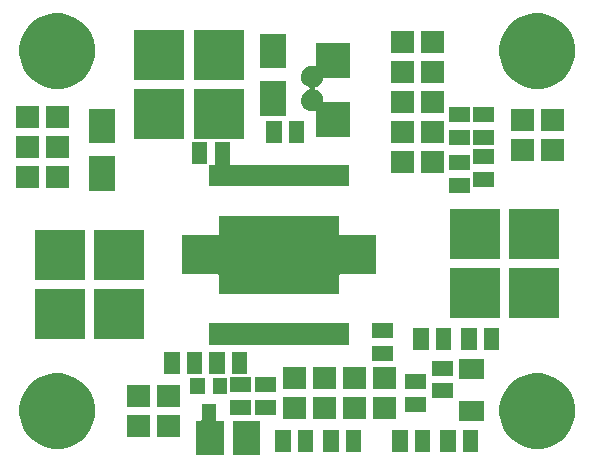
<source format=gbr>
G04 #@! TF.GenerationSoftware,KiCad,Pcbnew,(2017-02-05 revision 431abcf)-makepkg*
G04 #@! TF.CreationDate,2017-03-21T18:26:52+01:00*
G04 #@! TF.ProjectId,HBSTEP01B,4842535445503031422E6B696361645F,rev?*
G04 #@! TF.FileFunction,Soldermask,Bot*
G04 #@! TF.FilePolarity,Negative*
%FSLAX46Y46*%
G04 Gerber Fmt 4.6, Leading zero omitted, Abs format (unit mm)*
G04 Created by KiCad (PCBNEW (2017-02-05 revision 431abcf)-makepkg) date 03/21/17 18:26:52*
%MOMM*%
%LPD*%
G01*
G04 APERTURE LIST*
%ADD10C,0.300000*%
G04 APERTURE END LIST*
D10*
G36*
X22282760Y1344320D02*
X19932040Y1344320D01*
X19932040Y4243680D01*
X22282760Y4243680D01*
X22282760Y1344320D01*
X22282760Y1344320D01*
G37*
G36*
X18507050Y4343680D02*
X18508971Y4324171D01*
X18514662Y4305412D01*
X18523903Y4288123D01*
X18536339Y4272969D01*
X18551493Y4260533D01*
X18568782Y4251292D01*
X18587541Y4245601D01*
X18607050Y4243680D01*
X19183960Y4243680D01*
X19183960Y1344320D01*
X16833240Y1344320D01*
X16833240Y4243680D01*
X17206950Y4243680D01*
X17226459Y4245601D01*
X17245218Y4251292D01*
X17262507Y4260533D01*
X17277661Y4272969D01*
X17290097Y4288123D01*
X17299338Y4305412D01*
X17305029Y4324171D01*
X17306950Y4343680D01*
X17306950Y5696560D01*
X18507050Y5696560D01*
X18507050Y4343680D01*
X18507050Y4343680D01*
G37*
G36*
X30807000Y1641500D02*
X29518000Y1641500D01*
X29518000Y3438500D01*
X30807000Y3438500D01*
X30807000Y1641500D01*
X30807000Y1641500D01*
G37*
G36*
X28902000Y1641500D02*
X27613000Y1641500D01*
X27613000Y3438500D01*
X28902000Y3438500D01*
X28902000Y1641500D01*
X28902000Y1641500D01*
G37*
G36*
X40713000Y1641500D02*
X39424000Y1641500D01*
X39424000Y3438500D01*
X40713000Y3438500D01*
X40713000Y1641500D01*
X40713000Y1641500D01*
G37*
G36*
X38808000Y1641500D02*
X37519000Y1641500D01*
X37519000Y3438500D01*
X38808000Y3438500D01*
X38808000Y1641500D01*
X38808000Y1641500D01*
G37*
G36*
X36649000Y1641500D02*
X35360000Y1641500D01*
X35360000Y3438500D01*
X36649000Y3438500D01*
X36649000Y1641500D01*
X36649000Y1641500D01*
G37*
G36*
X26743000Y1641500D02*
X25454000Y1641500D01*
X25454000Y3438500D01*
X26743000Y3438500D01*
X26743000Y1641500D01*
X26743000Y1641500D01*
G37*
G36*
X24838000Y1641500D02*
X23549000Y1641500D01*
X23549000Y3438500D01*
X24838000Y3438500D01*
X24838000Y1641500D01*
X24838000Y1641500D01*
G37*
G36*
X34744000Y1641500D02*
X33455000Y1641500D01*
X33455000Y3438500D01*
X34744000Y3438500D01*
X34744000Y1641500D01*
X34744000Y1641500D01*
G37*
G36*
X46056110Y8277872D02*
X46670848Y8151685D01*
X47249363Y7908500D01*
X47769631Y7557574D01*
X48211824Y7112283D01*
X48559105Y6589582D01*
X48798249Y6009378D01*
X48920004Y5394466D01*
X48920004Y5394449D01*
X48920137Y5393776D01*
X48910128Y4676993D01*
X48909977Y4676330D01*
X48909977Y4676306D01*
X48771099Y4065032D01*
X48515851Y3491739D01*
X48154107Y2978933D01*
X47699653Y2546162D01*
X47169787Y2209900D01*
X46584712Y1982964D01*
X45966688Y1873989D01*
X45339273Y1887132D01*
X44726359Y2021890D01*
X44151293Y2273129D01*
X43635980Y2631282D01*
X43200044Y3082706D01*
X42860093Y3610208D01*
X42629075Y4193693D01*
X42515790Y4810936D01*
X42524551Y5438424D01*
X42655027Y6052266D01*
X42902248Y6629075D01*
X43256795Y7146877D01*
X43705163Y7585952D01*
X44230276Y7929576D01*
X44812132Y8164661D01*
X45428571Y8282254D01*
X46056110Y8277872D01*
X46056110Y8277872D01*
G37*
G36*
X5416110Y8277872D02*
X6030848Y8151685D01*
X6609363Y7908500D01*
X7129631Y7557574D01*
X7571824Y7112283D01*
X7919105Y6589582D01*
X8158249Y6009378D01*
X8280004Y5394466D01*
X8280004Y5394449D01*
X8280137Y5393776D01*
X8270128Y4676993D01*
X8269977Y4676330D01*
X8269977Y4676306D01*
X8131099Y4065032D01*
X7875851Y3491739D01*
X7514107Y2978933D01*
X7059653Y2546162D01*
X6529787Y2209900D01*
X5944712Y1982964D01*
X5326688Y1873989D01*
X4699273Y1887132D01*
X4086359Y2021890D01*
X3511293Y2273129D01*
X2995980Y2631282D01*
X2560044Y3082706D01*
X2220093Y3610208D01*
X1989075Y4193693D01*
X1875790Y4810936D01*
X1884551Y5438424D01*
X2015027Y6052266D01*
X2262248Y6629075D01*
X2616795Y7146877D01*
X3065163Y7585952D01*
X3590276Y7929576D01*
X4172132Y8164661D01*
X4788571Y8282254D01*
X5416110Y8277872D01*
X5416110Y8277872D01*
G37*
G36*
X15440000Y2848000D02*
X13516000Y2848000D01*
X13516000Y4772000D01*
X15440000Y4772000D01*
X15440000Y2848000D01*
X15440000Y2848000D01*
G37*
G36*
X12900000Y2848000D02*
X10976000Y2848000D01*
X10976000Y4772000D01*
X12900000Y4772000D01*
X12900000Y2848000D01*
X12900000Y2848000D01*
G37*
G36*
X41181630Y4257700D02*
X39082370Y4257700D01*
X39082370Y5958180D01*
X41181630Y5958180D01*
X41181630Y4257700D01*
X41181630Y4257700D01*
G37*
G36*
X26108000Y4372000D02*
X24184000Y4372000D01*
X24184000Y6296000D01*
X26108000Y6296000D01*
X26108000Y4372000D01*
X26108000Y4372000D01*
G37*
G36*
X33728000Y4372000D02*
X31804000Y4372000D01*
X31804000Y6296000D01*
X33728000Y6296000D01*
X33728000Y4372000D01*
X33728000Y4372000D01*
G37*
G36*
X28648000Y4372000D02*
X26724000Y4372000D01*
X26724000Y6296000D01*
X28648000Y6296000D01*
X28648000Y4372000D01*
X28648000Y4372000D01*
G37*
G36*
X31188000Y4372000D02*
X29264000Y4372000D01*
X29264000Y6296000D01*
X31188000Y6296000D01*
X31188000Y4372000D01*
X31188000Y4372000D01*
G37*
G36*
X23631500Y4753000D02*
X21834500Y4753000D01*
X21834500Y6042000D01*
X23631500Y6042000D01*
X23631500Y4753000D01*
X23631500Y4753000D01*
G37*
G36*
X21472500Y4753000D02*
X19675500Y4753000D01*
X19675500Y6042000D01*
X21472500Y6042000D01*
X21472500Y4753000D01*
X21472500Y4753000D01*
G37*
G36*
X36331500Y5007000D02*
X34534500Y5007000D01*
X34534500Y6296000D01*
X36331500Y6296000D01*
X36331500Y5007000D01*
X36331500Y5007000D01*
G37*
G36*
X12900000Y5388000D02*
X10976000Y5388000D01*
X10976000Y7312000D01*
X12900000Y7312000D01*
X12900000Y5388000D01*
X12900000Y5388000D01*
G37*
G36*
X15440000Y5388000D02*
X13516000Y5388000D01*
X13516000Y7312000D01*
X15440000Y7312000D01*
X15440000Y5388000D01*
X15440000Y5388000D01*
G37*
G36*
X38617500Y6150000D02*
X36820500Y6150000D01*
X36820500Y7439000D01*
X38617500Y7439000D01*
X38617500Y6150000D01*
X38617500Y6150000D01*
G37*
G36*
X19459550Y6495440D02*
X18259450Y6495440D01*
X18259450Y7896200D01*
X19459550Y7896200D01*
X19459550Y6495440D01*
X19459550Y6495440D01*
G37*
G36*
X17554550Y6495440D02*
X16354450Y6495440D01*
X16354450Y7896200D01*
X17554550Y7896200D01*
X17554550Y6495440D01*
X17554550Y6495440D01*
G37*
G36*
X21472500Y6658000D02*
X19675500Y6658000D01*
X19675500Y7947000D01*
X21472500Y7947000D01*
X21472500Y6658000D01*
X21472500Y6658000D01*
G37*
G36*
X23631500Y6658000D02*
X21834500Y6658000D01*
X21834500Y7947000D01*
X23631500Y7947000D01*
X23631500Y6658000D01*
X23631500Y6658000D01*
G37*
G36*
X28648000Y6912000D02*
X26724000Y6912000D01*
X26724000Y8836000D01*
X28648000Y8836000D01*
X28648000Y6912000D01*
X28648000Y6912000D01*
G37*
G36*
X26108000Y6912000D02*
X24184000Y6912000D01*
X24184000Y8836000D01*
X26108000Y8836000D01*
X26108000Y6912000D01*
X26108000Y6912000D01*
G37*
G36*
X31188000Y6912000D02*
X29264000Y6912000D01*
X29264000Y8836000D01*
X31188000Y8836000D01*
X31188000Y6912000D01*
X31188000Y6912000D01*
G37*
G36*
X33728000Y6912000D02*
X31804000Y6912000D01*
X31804000Y8836000D01*
X33728000Y8836000D01*
X33728000Y6912000D01*
X33728000Y6912000D01*
G37*
G36*
X36331500Y6912000D02*
X34534500Y6912000D01*
X34534500Y8201000D01*
X36331500Y8201000D01*
X36331500Y6912000D01*
X36331500Y6912000D01*
G37*
G36*
X41181630Y7757820D02*
X39082370Y7757820D01*
X39082370Y9458300D01*
X41181630Y9458300D01*
X41181630Y7757820D01*
X41181630Y7757820D01*
G37*
G36*
X38617500Y8055000D02*
X36820500Y8055000D01*
X36820500Y9344000D01*
X38617500Y9344000D01*
X38617500Y8055000D01*
X38617500Y8055000D01*
G37*
G36*
X19250000Y8245500D02*
X17961000Y8245500D01*
X17961000Y10042500D01*
X19250000Y10042500D01*
X19250000Y8245500D01*
X19250000Y8245500D01*
G37*
G36*
X15440000Y8245500D02*
X14151000Y8245500D01*
X14151000Y10042500D01*
X15440000Y10042500D01*
X15440000Y8245500D01*
X15440000Y8245500D01*
G37*
G36*
X21155000Y8245500D02*
X19866000Y8245500D01*
X19866000Y10042500D01*
X21155000Y10042500D01*
X21155000Y8245500D01*
X21155000Y8245500D01*
G37*
G36*
X17345000Y8245500D02*
X16056000Y8245500D01*
X16056000Y10042500D01*
X17345000Y10042500D01*
X17345000Y8245500D01*
X17345000Y8245500D01*
G37*
G36*
X33537500Y9325000D02*
X31740500Y9325000D01*
X31740500Y10614000D01*
X33537500Y10614000D01*
X33537500Y9325000D01*
X33537500Y9325000D01*
G37*
G36*
X38427000Y10277500D02*
X37138000Y10277500D01*
X37138000Y12074500D01*
X38427000Y12074500D01*
X38427000Y10277500D01*
X38427000Y10277500D01*
G37*
G36*
X36522000Y10277500D02*
X35233000Y10277500D01*
X35233000Y12074500D01*
X36522000Y12074500D01*
X36522000Y10277500D01*
X36522000Y10277500D01*
G37*
G36*
X42491000Y10277500D02*
X41202000Y10277500D01*
X41202000Y12074500D01*
X42491000Y12074500D01*
X42491000Y10277500D01*
X42491000Y10277500D01*
G37*
G36*
X40586000Y10277500D02*
X39297000Y10277500D01*
X39297000Y12074500D01*
X40586000Y12074500D01*
X40586000Y10277500D01*
X40586000Y10277500D01*
G37*
G36*
X29799890Y10690250D02*
X17952110Y10690250D01*
X17952110Y12489790D01*
X29799890Y12489790D01*
X29799890Y10690250D01*
X29799890Y10690250D01*
G37*
G36*
X7439000Y11183000D02*
X3229000Y11183000D01*
X3229000Y15393000D01*
X7439000Y15393000D01*
X7439000Y11183000D01*
X7439000Y11183000D01*
G37*
G36*
X12439000Y11183000D02*
X8229000Y11183000D01*
X8229000Y15393000D01*
X12439000Y15393000D01*
X12439000Y11183000D01*
X12439000Y11183000D01*
G37*
G36*
X33537500Y11230000D02*
X31740500Y11230000D01*
X31740500Y12519000D01*
X33537500Y12519000D01*
X33537500Y11230000D01*
X33537500Y11230000D01*
G37*
G36*
X47571000Y12961000D02*
X43361000Y12961000D01*
X43361000Y17171000D01*
X47571000Y17171000D01*
X47571000Y12961000D01*
X47571000Y12961000D01*
G37*
G36*
X42571000Y12961000D02*
X38361000Y12961000D01*
X38361000Y17171000D01*
X42571000Y17171000D01*
X42571000Y12961000D01*
X42571000Y12961000D01*
G37*
G36*
X28975660Y20037070D02*
X28977581Y20017561D01*
X28983272Y19998802D01*
X28992513Y19981513D01*
X29004949Y19966359D01*
X29020103Y19953923D01*
X29037392Y19944682D01*
X29056151Y19938991D01*
X29075660Y19937070D01*
X32074460Y19937070D01*
X32074460Y16638930D01*
X29075660Y16638930D01*
X29056151Y16637009D01*
X29037392Y16631318D01*
X29020103Y16622077D01*
X29004949Y16609641D01*
X28992513Y16594487D01*
X28983272Y16577198D01*
X28977581Y16558439D01*
X28975660Y16538930D01*
X28975660Y14989200D01*
X18776340Y14989200D01*
X18776340Y16538930D01*
X18774419Y16558439D01*
X18768728Y16577198D01*
X18759487Y16594487D01*
X18747051Y16609641D01*
X18731897Y16622077D01*
X18714608Y16631318D01*
X18695849Y16637009D01*
X18676340Y16638930D01*
X15677540Y16638930D01*
X15677540Y19937070D01*
X18676340Y19937070D01*
X18695849Y19938991D01*
X18714608Y19944682D01*
X18731897Y19953923D01*
X18747051Y19966359D01*
X18759487Y19981513D01*
X18768728Y19998802D01*
X18774419Y20017561D01*
X18776340Y20037070D01*
X18776340Y21586800D01*
X28975660Y21586800D01*
X28975660Y20037070D01*
X28975660Y20037070D01*
G37*
G36*
X7439000Y16183000D02*
X3229000Y16183000D01*
X3229000Y20393000D01*
X7439000Y20393000D01*
X7439000Y16183000D01*
X7439000Y16183000D01*
G37*
G36*
X12439000Y16183000D02*
X8229000Y16183000D01*
X8229000Y20393000D01*
X12439000Y20393000D01*
X12439000Y16183000D01*
X12439000Y16183000D01*
G37*
G36*
X47571000Y17961000D02*
X43361000Y17961000D01*
X43361000Y22171000D01*
X47571000Y22171000D01*
X47571000Y17961000D01*
X47571000Y17961000D01*
G37*
G36*
X42571000Y17961000D02*
X38361000Y17961000D01*
X38361000Y22171000D01*
X42571000Y22171000D01*
X42571000Y17961000D01*
X42571000Y17961000D01*
G37*
G36*
X40014500Y23549000D02*
X38217500Y23549000D01*
X38217500Y24838000D01*
X40014500Y24838000D01*
X40014500Y23549000D01*
X40014500Y23549000D01*
G37*
G36*
X9990430Y23729340D02*
X7789570Y23729340D01*
X7789570Y26628700D01*
X9990430Y26628700D01*
X9990430Y23729340D01*
X9990430Y23729340D01*
G37*
G36*
X6042000Y23930000D02*
X4118000Y23930000D01*
X4118000Y25854000D01*
X6042000Y25854000D01*
X6042000Y23930000D01*
X6042000Y23930000D01*
G37*
G36*
X3502000Y23930000D02*
X1578000Y23930000D01*
X1578000Y25854000D01*
X3502000Y25854000D01*
X3502000Y23930000D01*
X3502000Y23930000D01*
G37*
G36*
X42046500Y24057000D02*
X40249500Y24057000D01*
X40249500Y25346000D01*
X42046500Y25346000D01*
X42046500Y24057000D01*
X42046500Y24057000D01*
G37*
G36*
X19694500Y25985750D02*
X19696421Y25966241D01*
X19702112Y25947482D01*
X19711353Y25930193D01*
X19723789Y25915039D01*
X19738943Y25902603D01*
X19756232Y25893362D01*
X19774991Y25887671D01*
X19794500Y25885750D01*
X29799890Y25885750D01*
X29799890Y24086210D01*
X17952110Y24086210D01*
X17952110Y25885750D01*
X18305500Y25885750D01*
X18325009Y25887671D01*
X18343768Y25893362D01*
X18361057Y25902603D01*
X18376211Y25915039D01*
X18388647Y25930193D01*
X18397888Y25947482D01*
X18403579Y25966241D01*
X18405500Y25985750D01*
X18405500Y27822500D01*
X19694500Y27822500D01*
X19694500Y25985750D01*
X19694500Y25985750D01*
G37*
G36*
X37792000Y25200000D02*
X35868000Y25200000D01*
X35868000Y27124000D01*
X37792000Y27124000D01*
X37792000Y25200000D01*
X37792000Y25200000D01*
G37*
G36*
X35252000Y25200000D02*
X33328000Y25200000D01*
X33328000Y27124000D01*
X35252000Y27124000D01*
X35252000Y25200000D01*
X35252000Y25200000D01*
G37*
G36*
X40014500Y25454000D02*
X38217500Y25454000D01*
X38217500Y26743000D01*
X40014500Y26743000D01*
X40014500Y25454000D01*
X40014500Y25454000D01*
G37*
G36*
X42046500Y25962000D02*
X40249500Y25962000D01*
X40249500Y27251000D01*
X42046500Y27251000D01*
X42046500Y25962000D01*
X42046500Y25962000D01*
G37*
G36*
X17789500Y26025500D02*
X16500500Y26025500D01*
X16500500Y27822500D01*
X17789500Y27822500D01*
X17789500Y26025500D01*
X17789500Y26025500D01*
G37*
G36*
X45412000Y26216000D02*
X43488000Y26216000D01*
X43488000Y28140000D01*
X45412000Y28140000D01*
X45412000Y26216000D01*
X45412000Y26216000D01*
G37*
G36*
X47952000Y26216000D02*
X46028000Y26216000D01*
X46028000Y28140000D01*
X47952000Y28140000D01*
X47952000Y26216000D01*
X47952000Y26216000D01*
G37*
G36*
X3502000Y26470000D02*
X1578000Y26470000D01*
X1578000Y28394000D01*
X3502000Y28394000D01*
X3502000Y26470000D01*
X3502000Y26470000D01*
G37*
G36*
X6042000Y26470000D02*
X4118000Y26470000D01*
X4118000Y28394000D01*
X6042000Y28394000D01*
X6042000Y26470000D01*
X6042000Y26470000D01*
G37*
G36*
X42046500Y27613000D02*
X40249500Y27613000D01*
X40249500Y28902000D01*
X42046500Y28902000D01*
X42046500Y27613000D01*
X42046500Y27613000D01*
G37*
G36*
X40014500Y27613000D02*
X38217500Y27613000D01*
X38217500Y28902000D01*
X40014500Y28902000D01*
X40014500Y27613000D01*
X40014500Y27613000D01*
G37*
G36*
X9990430Y27727300D02*
X7789570Y27727300D01*
X7789570Y30626660D01*
X9990430Y30626660D01*
X9990430Y27727300D01*
X9990430Y27727300D01*
G37*
G36*
X35252000Y27740000D02*
X33328000Y27740000D01*
X33328000Y29664000D01*
X35252000Y29664000D01*
X35252000Y27740000D01*
X35252000Y27740000D01*
G37*
G36*
X37792000Y27740000D02*
X35868000Y27740000D01*
X35868000Y29664000D01*
X37792000Y29664000D01*
X37792000Y27740000D01*
X37792000Y27740000D01*
G37*
G36*
X24076000Y27803500D02*
X22787000Y27803500D01*
X22787000Y29600500D01*
X24076000Y29600500D01*
X24076000Y27803500D01*
X24076000Y27803500D01*
G37*
G36*
X25981000Y27803500D02*
X24692000Y27803500D01*
X24692000Y29600500D01*
X25981000Y29600500D01*
X25981000Y27803500D01*
X25981000Y27803500D01*
G37*
G36*
X15821000Y28121000D02*
X11611000Y28121000D01*
X11611000Y32331000D01*
X15821000Y32331000D01*
X15821000Y28121000D01*
X15821000Y28121000D01*
G37*
G36*
X20901000Y28121000D02*
X16691000Y28121000D01*
X16691000Y32331000D01*
X20901000Y32331000D01*
X20901000Y28121000D01*
X20901000Y28121000D01*
G37*
G36*
X29897680Y33307680D02*
X27696510Y33307680D01*
X27677001Y33305759D01*
X27658242Y33300068D01*
X27640953Y33290827D01*
X27625799Y33278391D01*
X27613363Y33263237D01*
X27604122Y33245948D01*
X27598995Y33229834D01*
X27566655Y33087486D01*
X27491640Y32919001D01*
X27385332Y32768299D01*
X27251778Y32641118D01*
X27096063Y32542298D01*
X26931587Y32478501D01*
X26914093Y32469655D01*
X26898661Y32457565D01*
X26885884Y32442698D01*
X26876254Y32425623D01*
X26870139Y32406997D01*
X26867776Y32387537D01*
X26869254Y32367989D01*
X26874518Y32349106D01*
X26883364Y32331612D01*
X26895454Y32316180D01*
X26910321Y32303403D01*
X26927396Y32293773D01*
X26947644Y32287311D01*
X26949435Y32286943D01*
X27119447Y32215477D01*
X27272345Y32112346D01*
X27402295Y31981486D01*
X27504355Y31827872D01*
X27574633Y31657366D01*
X27610318Y31477145D01*
X27610318Y31477120D01*
X27610450Y31476452D01*
X27608102Y31308272D01*
X27609629Y31290182D01*
X27615057Y31271346D01*
X27624055Y31253929D01*
X27636279Y31238604D01*
X27651257Y31225957D01*
X27668415Y31216475D01*
X27687093Y31210523D01*
X27707970Y31208320D01*
X29897680Y31208320D01*
X29897680Y28258160D01*
X26998320Y28258160D01*
X26998320Y30367993D01*
X26996399Y30387502D01*
X26990708Y30406261D01*
X26981467Y30423550D01*
X26969031Y30438704D01*
X26953877Y30451140D01*
X26936588Y30460381D01*
X26917829Y30466072D01*
X26898320Y30467993D01*
X26880956Y30466474D01*
X26742496Y30442060D01*
X26558112Y30445923D01*
X26377989Y30485526D01*
X26208990Y30559360D01*
X26057551Y30664612D01*
X25929438Y30797277D01*
X25829533Y30952300D01*
X25761642Y31123774D01*
X25728350Y31305169D01*
X25730924Y31489571D01*
X25769270Y31669969D01*
X25841922Y31839482D01*
X25946116Y31991652D01*
X26077882Y32120687D01*
X26232200Y32221670D01*
X26409409Y32293268D01*
X26426778Y32302358D01*
X26442039Y32314661D01*
X26454607Y32329706D01*
X26463999Y32346913D01*
X26469853Y32365622D01*
X26471944Y32385114D01*
X26470193Y32404639D01*
X26464666Y32423447D01*
X26455576Y32440816D01*
X26443273Y32456077D01*
X26428228Y32468645D01*
X26411021Y32478037D01*
X26393420Y32483654D01*
X26377986Y32487047D01*
X26208990Y32560880D01*
X26057551Y32666132D01*
X25929438Y32798797D01*
X25829533Y32953820D01*
X25761642Y33125294D01*
X25728350Y33306689D01*
X25730924Y33491091D01*
X25769270Y33671489D01*
X25841922Y33841002D01*
X25946116Y33993172D01*
X26077882Y34122207D01*
X26232200Y34223190D01*
X26403195Y34292277D01*
X26584355Y34326835D01*
X26768781Y34325547D01*
X26878212Y34303084D01*
X26897709Y34301043D01*
X26917229Y34302845D01*
X26936023Y34308421D01*
X26953368Y34317556D01*
X26968597Y34329899D01*
X26981126Y34344977D01*
X26990472Y34362209D01*
X26996277Y34380933D01*
X26998320Y34401041D01*
X26998320Y36257840D01*
X29897680Y36257840D01*
X29897680Y33307680D01*
X29897680Y33307680D01*
G37*
G36*
X47952000Y28756000D02*
X46028000Y28756000D01*
X46028000Y30680000D01*
X47952000Y30680000D01*
X47952000Y28756000D01*
X47952000Y28756000D01*
G37*
G36*
X45412000Y28756000D02*
X43488000Y28756000D01*
X43488000Y30680000D01*
X45412000Y30680000D01*
X45412000Y28756000D01*
X45412000Y28756000D01*
G37*
G36*
X3502000Y29010000D02*
X1578000Y29010000D01*
X1578000Y30934000D01*
X3502000Y30934000D01*
X3502000Y29010000D01*
X3502000Y29010000D01*
G37*
G36*
X6042000Y29010000D02*
X4118000Y29010000D01*
X4118000Y30934000D01*
X6042000Y30934000D01*
X6042000Y29010000D01*
X6042000Y29010000D01*
G37*
G36*
X42046500Y29518000D02*
X40249500Y29518000D01*
X40249500Y30807000D01*
X42046500Y30807000D01*
X42046500Y29518000D01*
X42046500Y29518000D01*
G37*
G36*
X40014500Y29518000D02*
X38217500Y29518000D01*
X38217500Y30807000D01*
X40014500Y30807000D01*
X40014500Y29518000D01*
X40014500Y29518000D01*
G37*
G36*
X24468430Y30079340D02*
X22267570Y30079340D01*
X22267570Y32978700D01*
X24468430Y32978700D01*
X24468430Y30079340D01*
X24468430Y30079340D01*
G37*
G36*
X37792000Y30280000D02*
X35868000Y30280000D01*
X35868000Y32204000D01*
X37792000Y32204000D01*
X37792000Y30280000D01*
X37792000Y30280000D01*
G37*
G36*
X35252000Y30280000D02*
X33328000Y30280000D01*
X33328000Y32204000D01*
X35252000Y32204000D01*
X35252000Y30280000D01*
X35252000Y30280000D01*
G37*
G36*
X5416110Y38757872D02*
X6030848Y38631685D01*
X6609363Y38388500D01*
X7129631Y38037574D01*
X7571824Y37592283D01*
X7919105Y37069582D01*
X8158249Y36489378D01*
X8280004Y35874466D01*
X8280004Y35874449D01*
X8280137Y35873776D01*
X8270128Y35156993D01*
X8269977Y35156330D01*
X8269977Y35156306D01*
X8131099Y34545032D01*
X7875851Y33971739D01*
X7514107Y33458933D01*
X7059653Y33026162D01*
X6529787Y32689900D01*
X5944712Y32462964D01*
X5326688Y32353989D01*
X4699273Y32367132D01*
X4086359Y32501890D01*
X3511293Y32753129D01*
X2995980Y33111282D01*
X2560044Y33562706D01*
X2220093Y34090208D01*
X1989075Y34673693D01*
X1875790Y35290936D01*
X1884551Y35918424D01*
X2015027Y36532266D01*
X2262248Y37109075D01*
X2616795Y37626877D01*
X3065163Y38065952D01*
X3590276Y38409576D01*
X4172132Y38644661D01*
X4788571Y38762254D01*
X5416110Y38757872D01*
X5416110Y38757872D01*
G37*
G36*
X46056110Y38757872D02*
X46670848Y38631685D01*
X47249363Y38388500D01*
X47769631Y38037574D01*
X48211824Y37592283D01*
X48559105Y37069582D01*
X48798249Y36489378D01*
X48920004Y35874466D01*
X48920004Y35874449D01*
X48920137Y35873776D01*
X48910128Y35156993D01*
X48909977Y35156330D01*
X48909977Y35156306D01*
X48771099Y34545032D01*
X48515851Y33971739D01*
X48154107Y33458933D01*
X47699653Y33026162D01*
X47169787Y32689900D01*
X46584712Y32462964D01*
X45966688Y32353989D01*
X45339273Y32367132D01*
X44726359Y32501890D01*
X44151293Y32753129D01*
X43635980Y33111282D01*
X43200044Y33562706D01*
X42860093Y34090208D01*
X42629075Y34673693D01*
X42515790Y35290936D01*
X42524551Y35918424D01*
X42655027Y36532266D01*
X42902248Y37109075D01*
X43256795Y37626877D01*
X43705163Y38065952D01*
X44230276Y38409576D01*
X44812132Y38644661D01*
X45428571Y38762254D01*
X46056110Y38757872D01*
X46056110Y38757872D01*
G37*
G36*
X37792000Y32820000D02*
X35868000Y32820000D01*
X35868000Y34744000D01*
X37792000Y34744000D01*
X37792000Y32820000D01*
X37792000Y32820000D01*
G37*
G36*
X35252000Y32820000D02*
X33328000Y32820000D01*
X33328000Y34744000D01*
X35252000Y34744000D01*
X35252000Y32820000D01*
X35252000Y32820000D01*
G37*
G36*
X15821000Y33121000D02*
X11611000Y33121000D01*
X11611000Y37331000D01*
X15821000Y37331000D01*
X15821000Y33121000D01*
X15821000Y33121000D01*
G37*
G36*
X20901000Y33121000D02*
X16691000Y33121000D01*
X16691000Y37331000D01*
X20901000Y37331000D01*
X20901000Y33121000D01*
X20901000Y33121000D01*
G37*
G36*
X24468430Y34077300D02*
X22267570Y34077300D01*
X22267570Y36976660D01*
X24468430Y36976660D01*
X24468430Y34077300D01*
X24468430Y34077300D01*
G37*
G36*
X37792000Y35360000D02*
X35868000Y35360000D01*
X35868000Y37284000D01*
X37792000Y37284000D01*
X37792000Y35360000D01*
X37792000Y35360000D01*
G37*
G36*
X35252000Y35360000D02*
X33328000Y35360000D01*
X33328000Y37284000D01*
X35252000Y37284000D01*
X35252000Y35360000D01*
X35252000Y35360000D01*
G37*
M02*

</source>
